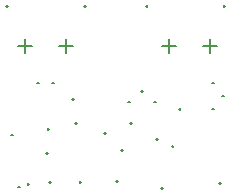
<source format=gbr>
%TF.GenerationSoftware,Altium Limited,Altium Designer,23.4.1 (23)*%
G04 Layer_Color=128*
%FSLAX45Y45*%
%MOMM*%
%TF.SameCoordinates,30DB59E4-3B06-4861-84B7-939192905612*%
%TF.FilePolarity,Positive*%
%TF.FileFunction,Drillmap*%
%TF.Part,Single*%
G01*
G75*
%TA.AperFunction,NonConductor*%
%ADD69C,0.12700*%
D69*
X1390000Y1280000D02*
X1510000D01*
X1450000Y1220000D02*
Y1340000D01*
X1740000Y1280000D02*
X1860000D01*
X1800000Y1220000D02*
Y1340000D01*
X169999Y1280000D02*
X289999D01*
X229999Y1220000D02*
Y1340000D01*
X519999Y1280000D02*
X639999D01*
X579999Y1220000D02*
Y1340000D01*
X1252500Y1620000D02*
X1267500D01*
X1260000Y1612500D02*
Y1627500D01*
X732500Y1620000D02*
X747500D01*
X740000Y1612500D02*
Y1627500D01*
X252500Y110000D02*
X267500D01*
X260000Y102500D02*
Y117500D01*
X462500Y970000D02*
X477500D01*
X470000Y962500D02*
Y977500D01*
X1122500Y630000D02*
X1137500D01*
X1130000Y622500D02*
Y637500D01*
X902500Y540000D02*
X917500D01*
X910000Y532500D02*
Y547500D01*
X1042500Y400000D02*
X1057500D01*
X1050000Y392500D02*
Y407500D01*
X1002500Y140000D02*
X1017500D01*
X1010000Y132500D02*
Y147500D01*
X1342500Y490000D02*
X1357500D01*
X1350000Y482500D02*
Y497500D01*
X1472500Y430000D02*
X1487500D01*
X1480000Y422500D02*
Y437500D01*
X1382500Y80000D02*
X1397500D01*
X1390000Y72500D02*
Y87500D01*
X1872500Y120000D02*
X1887500D01*
X1880000Y112500D02*
Y127500D01*
X1912500Y1620000D02*
X1927500D01*
X1920000Y1612500D02*
Y1627500D01*
X72500Y1620000D02*
X87500D01*
X80000Y1612500D02*
Y1627500D01*
X172500Y90000D02*
X187500D01*
X180000Y82500D02*
Y97500D01*
X432500Y130000D02*
X447500D01*
X440000Y122500D02*
Y137500D01*
X652500Y630000D02*
X667500D01*
X660000Y622500D02*
Y637500D01*
X1812500Y750000D02*
X1827500D01*
X1820000Y742500D02*
Y757500D01*
X1902500Y860000D02*
X1917500D01*
X1910000Y852500D02*
Y867500D01*
X1812500Y970000D02*
X1827500D01*
X1820000Y962500D02*
Y977500D01*
X1322500Y810000D02*
X1337500D01*
X1330000Y802500D02*
Y817500D01*
X1212500Y900000D02*
X1227500D01*
X1220000Y892500D02*
Y907500D01*
X1102500Y810000D02*
X1117500D01*
X1110000Y802500D02*
Y817500D01*
X332500Y970000D02*
X347500D01*
X340000Y962500D02*
Y977500D01*
X632500Y830000D02*
X647500D01*
X640000Y822500D02*
Y837500D01*
X112500Y530000D02*
X127500D01*
X120000Y522500D02*
Y537500D01*
X422500Y580000D02*
X437500D01*
X430000Y572500D02*
Y587500D01*
X412500Y370000D02*
X427500D01*
X420000Y362500D02*
Y377500D01*
X692500Y130000D02*
X707500D01*
X700000Y122500D02*
Y137500D01*
X1531992Y745051D02*
X1546992D01*
X1539492Y737551D02*
Y752550D01*
%TF.MD5,9c0a1f83c4a2624f7870be840cf088e4*%
M02*

</source>
